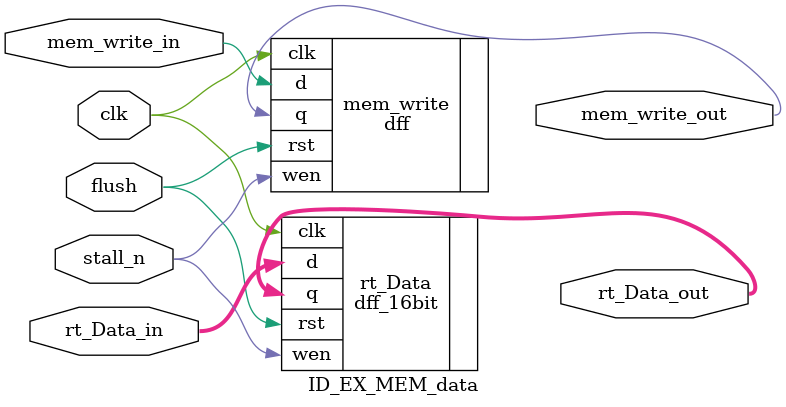
<source format=v>
module ID_EX_MEM_data(
  input [15:0] rt_Data_in,
  input mem_write_in,

  output [15:0] rt_Data_out,
  output mem_write_out,

  input clk,
  input stall_n,
  input flush );

dff_16bit rt_Data(
    .d(rt_Data_in),
    .q(rt_Data_out),
    .wen(stall_n),
    .clk(clk),
    .rst(flush)
);

dff mem_write(
    .d(mem_write_in),
    .q(mem_write_out),
    .wen(stall_n),
    .clk(clk),
    .rst(flush)
);

endmodule

</source>
